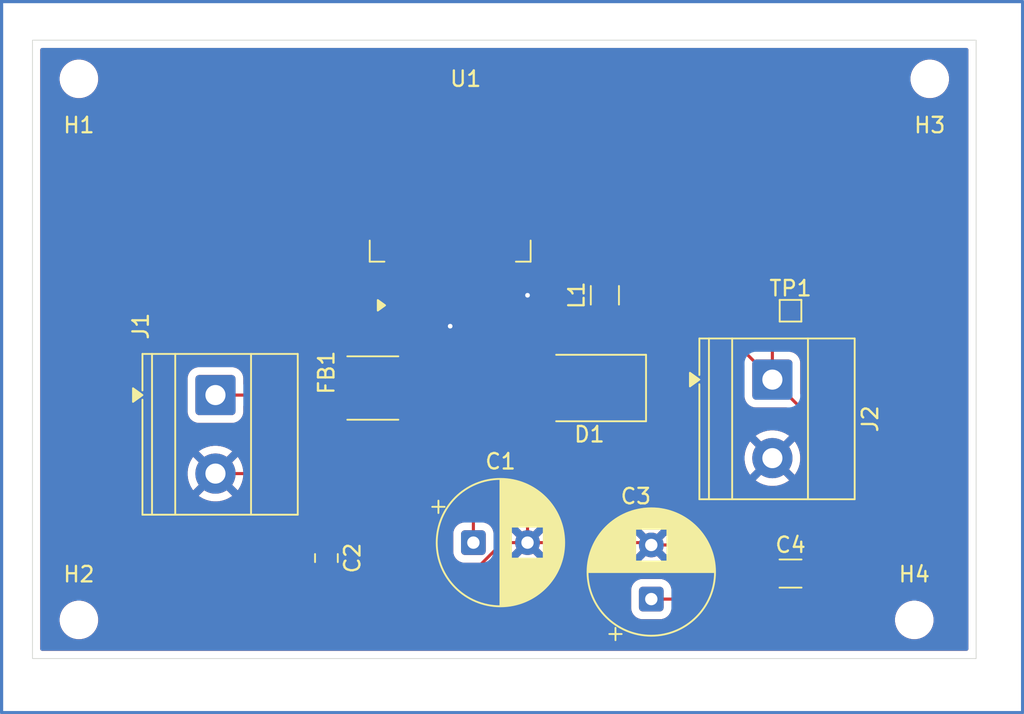
<source format=kicad_pcb>
(kicad_pcb (version 20241229) (generator "pcbnew") (generator_version "9.0")
  (layers (0 "F.Cu" signal) (2 "B.Cu" signal) (13 "F.Paste" user) (15 "B.Paste" user) (5 "F.SilkS" user "F.Silkscreen") (7 "B.SilkS" user "B.Silkscreen") (1 "F.Mask" user) (3 "B.Mask" user) (25 "Edge.Cuts" user))
  (net 0 "")
  (net 1 "GND")
  (net 2 "Net-(U1-VIN)")
  (net 3 "Vout")
  (net 4 "Net-(D1-K)")
  (net 5 "Vin")
  (footprint "Capacitor_SMD:C_0805_2012Metric" (layer "F.Cu") (at 102 96 -90)
    (property "Reference" "C2" (at 0 -1.68 90) (layer "F.SilkS"))
    (property "Value" "0.1uF")
    (fp_line (start -0.261252 0.735) (end 0.261252 0.735) (stroke (width 0.12)) (layer "F.SilkS"))
    (fp_line (start -0.261252 -0.735) (end 0.261252 -0.735) (stroke (width 0.12)) (layer "F.SilkS"))
    (pad "1" smd roundrect (at -0.95 0 270) (size 1 1.45) (layers "F.Cu" "F.Mask" "F.Paste") (net 2 "Net-(U1-VIN)"))
    (pad "2" smd roundrect (at 0.95 0 270) (size 1 1.45) (layers "F.Cu" "F.Mask" "F.Paste") (net 1 "GND"))
  )
  (footprint "MountingHole:MountingHole_2mm" (layer "F.Cu") (at 86 65)
    (property "Reference" "H1" (at 0 3 0) (layer "F.SilkS"))
    (property "Value" "MountingHole")
    (pad "" np_thru_hole circle (at 0 0) (size 2 2) (drill 2) (layers "*.Cu" "*.Mask"))
  )
  (footprint "MountingHole:MountingHole_2mm" (layer "F.Cu") (at 141 65)
    (property "Reference" "H3" (at 0 3 0) (layer "F.SilkS"))
    (property "Value" "MountingHole")
    (pad "" np_thru_hole circle (at 0 0) (size 2 2) (drill 2) (layers "*.Cu" "*.Mask"))
  )
  (footprint "TerminalBlock_Phoenix:TerminalBlock_Phoenix_MKDS-1,5-2-5.08_1x02_P5.08mm_Horizontal" (layer "F.Cu") (at 94.8275 85.455 -90)
    (property "Reference" "J1" (at -4.455 4.8275 90) (layer "F.SilkS"))
    (property "Value" "Screw_Terminal_01x02")
    (fp_line (start -2.66 4.72) (end -0.3 4.72) (stroke (width 0.12)) (layer "F.SilkS"))
    (fp_line (start 0.3 4.72) (end 7.74 4.72) (stroke (width 0.12)) (layer "F.SilkS"))
    (fp_line (start -2.66 4.1) (end 7.74 4.1) (stroke (width 0.12)) (layer "F.SilkS"))
    (fp_line (start -2.66 2.6) (end 7.74 2.6) (stroke (width 0.12)) (layer "F.SilkS"))
    (fp_line (start -2.66 -2.3) (end 7.74 -2.3) (stroke (width 0.12)) (layer "F.SilkS"))
    (fp_line (start -2.66 -5.32) (end -2.66 4.72) (stroke (width 0.12)) (layer "F.SilkS"))
    (fp_line (start -2.66 -5.32) (end 7.74 -5.32) (stroke (width 0.12)) (layer "F.SilkS"))
    (fp_line (start 7.74 -5.32) (end 7.74 4.72) (stroke (width 0.12)) (layer "F.SilkS"))
    (fp_poly (pts (xy 0 4.72) (xy 0.44 5.33) (xy -0.44 5.33)) (stroke (width 0.12)) (fill yes) (layer "F.SilkS"))
    (pad "1" thru_hole roundrect (at 0 0 270) (size 2.6 2.6) (drill 1.3) (layers "*.Cu" "*.Mask") (roundrect_rratio 0.096154) (net 5 "Vin"))
    (pad "2" thru_hole circle (at 5.08 0 270) (size 2.6 2.6) (drill 1.3) (layers "*.Cu" "*.Mask") (net 1 "GND"))
  )
  (footprint "TestPoint:TestPoint_Pad_1.0x1.0mm" (layer "F.Cu") (at 132 80)
    (property "Reference" "TP1" (at 0 -1.448 0) (layer "F.SilkS"))
    (property "Value" "TestPoint")
    (fp_line (start -0.7 -0.7) (end 0.7 -0.7) (stroke (width 0.12)) (layer "F.SilkS"))
    (fp_line (start -0.7 0.7) (end -0.7 -0.7) (stroke (width 0.12)) (layer "F.SilkS"))
    (fp_line (start 0.7 -0.7) (end 0.7 0.7) (stroke (width 0.12)) (layer "F.SilkS"))
    (fp_line (start 0.7 0.7) (end -0.7 0.7) (stroke (width 0.12)) (layer "F.SilkS"))
    (pad "1" smd rect (at 0 0) (size 1 1) (layers "F.Cu" "F.Mask") (net 3 "Vout"))
  )
  (footprint "Diode_SMD:D_SMB" (layer "F.Cu") (at 119 85 180)
    (property "Reference" "D1" (at 0 -3 0) (layer "F.SilkS"))
    (property "Value" "SS34")
    (fp_line (start -3.66 2.15) (end 2.15 2.15) (stroke (width 0.12)) (layer "F.SilkS"))
    (fp_line (start -3.66 -2.15) (end 2.15 -2.15) (stroke (width 0.12)) (layer "F.SilkS"))
    (fp_line (start -3.66 -2.15) (end -3.66 2.15) (stroke (width 0.12)) (layer "F.SilkS"))
    (pad "1" smd roundrect (at -2.15 0 180) (size 2.5 2.3) (layers "F.Cu" "F.Mask" "F.Paste") (roundrect_rratio 0.1086956522) (net 4 "Net-(D1-K)"))
    (pad "2" smd roundrect (at 2.15 0 180) (size 2.5 2.3) (layers "F.Cu" "F.Mask" "F.Paste") (roundrect_rratio 0.1086956522) (net 1 "GND"))
  )
  (footprint "Inductor_SMD:L_1206_3216Metric_Pad1.42x1.75mm_HandSolder" (layer "F.Cu") (at 120 79 90)
    (property "Reference" "L1" (at 0 -1.83 90) (layer "F.SilkS"))
    (property "Value" "68uH")
    (fp_line (start -0.602064 -0.91) (end 0.602064 -0.91) (stroke (width 0.12)) (layer "F.SilkS"))
    (fp_line (start -0.602064 0.91) (end 0.602064 0.91) (stroke (width 0.12)) (layer "F.SilkS"))
    (pad "1" smd roundrect (at -1.4875 0 90) (size 1.425 1.75) (layers "F.Cu" "F.Mask" "F.Paste") (roundrect_rratio 0.175439) (net 4 "Net-(D1-K)"))
    (pad "2" smd roundrect (at 1.4875 0 90) (size 1.425 1.75) (layers "F.Cu" "F.Mask" "F.Paste") (roundrect_rratio 0.175439) (net 3 "Vout"))
  )
  (footprint "Inductor_SMD:L_Murata_DEM35xxC" (layer "F.Cu") (at 105 85)
    (property "Reference" "FB1" (at -3 -1 90) (layer "F.SilkS"))
    (property "Value" "6000 ohm@100MHz")
    (fp_line (start -1.65 -2.05) (end 1.65 -2.05) (stroke (width 0.12)) (layer "F.SilkS"))
    (fp_line (start -1.65 2.05) (end 1.65 2.05) (stroke (width 0.12)) (layer "F.SilkS"))
    (pad "1" smd roundrect (at -1.65 0) (size 1 1.4) (layers "F.Cu" "F.Mask" "F.Paste") (roundrect_rratio 0.2) (net 5 "Vin"))
    (pad "2" smd roundrect (at 1.65 0) (size 1 1.4) (layers "F.Cu" "F.Mask" "F.Paste") (roundrect_rratio 0.2) (net 2 "Net-(U1-VIN)"))
  )
  (footprint "Capacitor_THT:CP_Radial_D8.0mm_P3.50mm" (layer "F.Cu") (at 123 98.652651 90)
    (property "Reference" "C3" (at 6.652651 -1 180) (layer "F.SilkS"))
    (property "Value" "220uF")
    (fp_line (start 1.79 -4.08) (end 1.79 4.08) (stroke (width 0.12)) (layer "F.SilkS"))
    (fp_line (start 1.75 -4.08) (end 1.75 4.08) (stroke (width 0.12)) (layer "F.SilkS"))
    (fp_line (start 1.83 -4.079) (end 1.83 4.079) (stroke (width 0.12)) (layer "F.SilkS"))
    (fp_line (start 1.87 -4.078) (end 1.87 4.078) (stroke (width 0.12)) (layer "F.SilkS"))
    (fp_line (start 1.91 -4.077) (end 1.91 4.077) (stroke (width 0.12)) (layer "F.SilkS"))
    (fp_line (start 1.95 -4.075) (end 1.95 4.075) (stroke (width 0.12)) (layer "F.SilkS"))
    (fp_line (start 1.99 -4.073) (end 1.99 4.073) (stroke (width 0.12)) (layer "F.SilkS"))
    (fp_line (start 2.03 -4.07) (end 2.03 4.07) (stroke (width 0.12)) (layer "F.SilkS"))
    (fp_line (start 2.07 -4.068) (end 2.07 4.068) (stroke (width 0.12)) (layer "F.SilkS"))
    (fp_line (start 2.11 -4.064) (end 2.11 4.064) (stroke (width 0.12)) (layer "F.SilkS"))
    (fp_line (start 2.15 -4.061) (end 2.15 4.061) (stroke (width 0.12)) (layer "F.SilkS"))
    (fp_line (start 2.19 -4.056) (end 2.19 4.056) (stroke (width 0.12)) (layer "F.SilkS"))
    (fp_line (start 2.23 -4.052) (end 2.23 4.052) (stroke (width 0.12)) (layer "F.SilkS"))
    (fp_line (start 2.27 -4.047) (end 2.27 4.047) (stroke (width 0.12)) (layer "F.SilkS"))
    (fp_line (start 2.31 -4.042) (end 2.31 4.042) (stroke (width 0.12)) (layer "F.SilkS"))
    (fp_line (start 2.35 -4.036) (end 2.35 4.036) (stroke (width 0.12)) (layer "F.SilkS"))
    (fp_line (start 2.39 -4.03) (end 2.39 4.03) (stroke (width 0.12)) (layer "F.SilkS"))
    (fp_line (start 2.43 -4.023) (end 2.43 4.023) (stroke (width 0.12)) (layer "F.SilkS"))
    (fp_line (start 2.47 -4.017) (end 2.47 -1.04) (stroke (width 0.12)) (layer "F.SilkS"))
    (fp_line (start 2.51 -4.009) (end 2.51 -1.04) (stroke (width 0.12)) (layer "F.SilkS"))
    (fp_line (start 2.55 -4.002) (end 2.55 -1.04) (stroke (width 0.12)) (layer "F.SilkS"))
    (fp_line (start 2.59 -3.993) (end 2.59 -1.04) (stroke (width 0.12)) (layer "F.SilkS"))
    (fp_line (start 2.63 -3.985) (end 2.63 -1.04) (stroke (width 0.12)) (layer "F.SilkS"))
    (fp_line (start 2.67 -3.976) (end 2.67 -1.04) (stroke (width 0.12)) (layer "F.SilkS"))
    (fp_line (start 2.71 -3.967) (end 2.71 -1.04) (stroke (width 0.12)) (layer "F.SilkS"))
    (fp_line (start 2.75 -3.957) (end 2.75 -1.04) (stroke (width 0.12)) (layer "F.SilkS"))
    (fp_line (start 2.79 -3.947) (end 2.79 -1.04) (stroke (width 0.12)) (layer "F.SilkS"))
    (fp_line (start 2.83 -3.936) (end 2.83 -1.04) (stroke (width 0.12)) (layer "F.SilkS"))
    (fp_line (start 2.87 -3.925) (end 2.87 -1.04) (stroke (width 0.12)) (layer "F.SilkS"))
    (fp_line (start 2.91 -3.913) (end 2.91 -1.04) (stroke (width 0.12)) (layer "F.SilkS"))
    (fp_line (start 2.95 -3.901) (end 2.95 -1.04) (stroke (width 0.12)) (layer "F.SilkS"))
    (fp_line (start 2.99 -3.889) (end 2.99 -1.04) (stroke (width 0.12)) (layer "F.SilkS"))
    (fp_line (start 3.03 -3.876) (end 3.03 -1.04) (stroke (width 0.12)) (layer "F.SilkS"))
    (fp_line (start 3.07 -3.863) (end 3.07 -1.04) (stroke (width 0.12)) (layer "F.SilkS"))
    (fp_line (start 3.11 -3.849) (end 3.11 -1.04) (stroke (width 0.12)) (layer "F.SilkS"))
    (fp_line (start 3.15 -3.835) (end 3.15 -1.04) (stroke (width 0.12)) (layer "F.SilkS"))
    (fp_line (start 3.19 -3.82) (end 3.19 -1.04) (stroke (width 0.12)) (layer "F.SilkS"))
    (fp_line (start 3.23 -3.805) (end 3.23 -1.04) (stroke (width 0.12)) (layer "F.SilkS"))
    (fp_line (start 3.27 -3.789) (end 3.27 -1.04) (stroke (width 0.12)) (layer "F.SilkS"))
    (fp_line (start 3.31 -3.773) (end 3.31 -1.04) (stroke (width 0.12)) (layer "F.SilkS"))
    (fp_line (start 3.35 -3.757) (end 3.35 -1.04) (stroke (width 0.12)) (layer "F.SilkS"))
    (fp_line (start 3.39 -3.74) (end 3.39 -1.04) (stroke (width 0.12)) (layer "F.SilkS"))
    (fp_line (start 3.43 -3.722) (end 3.43 -1.04) (stroke (width 0.12)) (layer "F.SilkS"))
    (fp_line (start 3.47 -3.704) (end 3.47 -1.04) (stroke (width 0.12)) (layer "F.SilkS"))
    (fp_line (start 3.51 -3.685) (end 3.51 -1.04) (stroke (width 0.12)) (layer "F.SilkS"))
    (fp_line (start 3.55 -3.666) (end 3.55 -1.04) (stroke (width 0.12)) (layer "F.SilkS"))
    (fp_line (start 3.59 -3.646) (end 3.59 -1.04) (stroke (width 0.12)) (layer "F.SilkS"))
    (fp_line (start 3.63 -3.626) (end 3.63 -1.04) (stroke (width 0.12)) (layer "F.SilkS"))
    (fp_line (start 3.67 -3.605) (end 3.67 -1.04) (stroke (width 0.12)) (layer "F.SilkS"))
    (fp_line (start 3.71 -3.584) (end 3.71 -1.04) (stroke (width 0.12)) (layer "F.SilkS"))
    (fp_line (start 3.75 -3.562) (end 3.75 -1.04) (stroke (width 0.12)) (layer "F.SilkS"))
    (fp_line (start 3.79 -3.539) (end 3.79 -1.04) (stroke (width 0.12)) (layer "F.SilkS"))
    (fp_line (start 3.83 -3.516) (end 3.83 -1.04) (stroke (width 0.12)) (layer "F.SilkS"))
    (fp_line (start 3.87 -3.493) (end 3.87 -1.04) (stroke (width 0.12)) (layer "F.SilkS"))
    (fp_line (start 3.91 -3.468) (end 3.91 -1.04) (stroke (width 0.12)) (layer "F.SilkS"))
    (fp_line (start 3.95 -3.443) (end 3.95 -1.04) (stroke (width 0.12)) (layer "F.SilkS"))
    (fp_line (start 3.99 -3.418) (end 3.99 -1.04) (stroke (width 0.12)) (layer "F.SilkS"))
    (fp_line (start 4.03 -3.392) (end 4.03 -1.04) (stroke (width 0.12)) (layer "F.SilkS"))
    (fp_line (start 4.07 -3.365) (end 4.07 -1.04) (stroke (width 0.12)) (layer "F.SilkS"))
    (fp_line (start 4.11 -3.337) (end 4.11 -1.04) (stroke (width 0.12)) (layer "F.SilkS"))
    (fp_line (start 4.15 -3.309) (end 4.15 -1.04) (stroke (width 0.12)) (layer "F.SilkS"))
    (fp_line (start 4.19 -3.28) (end 4.19 -1.04) (stroke (width 0.12)) (layer "F.SilkS"))
    (fp_line (start 4.23 -3.25) (end 4.23 -1.04) (stroke (width 0.12)) (layer "F.SilkS"))
    (fp_line (start 4.27 -3.219) (end 4.27 -1.04) (stroke (width 0.12)) (layer "F.SilkS"))
    (fp_line (start 4.31 -3.188) (end 4.31 -1.04) (stroke (width 0.12)) (layer "F.SilkS"))
    (fp_line (start 4.35 -3.156) (end 4.35 -1.04) (stroke (width 0.12)) (layer "F.SilkS"))
    (fp_line (start 4.39 -3.123) (end 4.39 -1.04) (stroke (width 0.12)) (layer "F.SilkS"))
    (fp_line (start 4.43 -3.089) (end 4.43 -1.04) (stroke (width 0.12)) (layer "F.SilkS"))
    (fp_line (start 4.47 -3.055) (end 4.47 -1.04) (stroke (width 0.12)) (layer "F.SilkS"))
    (fp_line (start 4.51 -3.019) (end 4.51 -1.04) (stroke (width 0.12)) (layer "F.SilkS"))
    (fp_line (start 4.55 -2.982) (end 4.55 2.982) (stroke (width 0.12)) (layer "F.SilkS"))
    (fp_line (start 4.59 -2.945) (end 4.59 2.945) (stroke (width 0.12)) (layer "F.SilkS"))
    (fp_line (start 4.63 -2.906) (end 4.63 2.906) (stroke (width 0.12)) (layer "F.SilkS"))
    (fp_line (start 4.67 -2.867) (end 4.67 2.867) (stroke (width 0.12)) (layer "F.SilkS"))
    (fp_line (start 4.71 -2.826) (end 4.71 2.826) (stroke (width 0.12)) (layer "F.SilkS"))
    (fp_line (start 4.75 -2.784) (end 4.75 2.784) (stroke (width 0.12)) (layer "F.SilkS"))
    (fp_line (start 4.79 -2.741) (end 4.79 2.741) (stroke (width 0.12)) (layer "F.SilkS"))
    (fp_line (start -2.259698 -2.715) (end -2.259698 -1.915) (stroke (width 0.12)) (layer "F.SilkS"))
    (fp_line (start 4.83 -2.696) (end 4.83 2.696) (stroke (width 0.12)) (layer "F.SilkS"))
    (fp_line (start 4.87 -2.651) (end 4.87 2.651) (stroke (width 0.12)) (layer "F.SilkS"))
    (fp_line (start 4.91 -2.604) (end 4.91 2.604) (stroke (width 0.12)) (layer "F.SilkS"))
    (fp_line (start 4.95 -2.555) (end 4.95 2.555) (stroke (width 0.12)) (layer "F.SilkS"))
    (fp_line (start 4.99 -2.505) (end 4.99 2.505) (stroke (width 0.12)) (layer "F.SilkS"))
    (fp_line (start 5.03 -2.453) (end 5.03 2.453) (stroke (width 0.12)) (layer "F.SilkS"))
    (fp_line (start 5.07 -2.4) (end 5.07 2.4) (stroke (width 0.12)) (layer "F.SilkS"))
    (fp_line (start 5.11 -2.344) (end 5.11 2.344) (stroke (width 0.12)) (layer "F.SilkS"))
    (fp_line (start -2.659698 -2.315) (end -1.859698 -2.315) (stroke (width 0.12)) (layer "F.SilkS"))
    (fp_line (start 5.15 -2.287) (end 5.15 2.287) (stroke (width 0.12)) (layer "F.SilkS"))
    (fp_line (start 5.19 -2.227) (end 5.19 2.227) (stroke (width 0.12)) (layer "F.SilkS"))
    (fp_line (start 5.23 -2.165) (end 5.23 2.165) (stroke (width 0.12)) (layer "F.SilkS"))
    (fp_line (start 5.27 -2.101) (end 5.27 2.101) (stroke (width 0.12)) (layer "F.SilkS"))
    (fp_line (start 5.31 -2.034) (end 5.31 2.034) (stroke (width 0.12)) (layer "F.SilkS"))
    (fp_line (start 5.35 -1.964) (end 5.35 1.964) (stroke (width 0.12)) (layer "F.SilkS"))
    (fp_line (start 5.39 -1.89) (end 5.39 1.89) (stroke (width 0.12)) (layer "F.SilkS"))
    (fp_line (start 5.43 -1.813) (end 5.43 1.813) (stroke (width 0.12)) (layer "F.SilkS"))
    (fp_line (start 5.47 -1.731) (end 5.47 1.731) (stroke (width 0.12)) (layer "F.SilkS"))
    (fp_line (start 5.51 -1.644) (end 5.51 1.644) (stroke (width 0.12)) (layer "F.SilkS"))
    (fp_line (start 5.55 -1.552) (end 5.55 1.552) (stroke (width 0.12)) (layer "F.SilkS"))
    (fp_line (start 5.59 -1.453) (end 5.59 1.453) (stroke (width 0.12)) (layer "F.SilkS"))
    (fp_line (start 5.63 -1.346) (end 5.63 1.346) (stroke (width 0.12)) (layer "F.SilkS"))
    (fp_line (start 5.67 -1.228) (end 5.67 1.228) (stroke (width 0.12)) (layer "F.SilkS"))
    (fp_line (start 5.71 -1.097) (end 5.71 1.097) (stroke (width 0.12)) (layer "F.SilkS"))
    (fp_line (start 5.75 -0.947) (end 5.75 0.947) (stroke (width 0.12)) (layer "F.SilkS"))
    (fp_line (start 5.79 -0.768) (end 5.79 0.768) (stroke (width 0.12)) (layer "F.SilkS"))
    (fp_line (start 5.83 -0.533) (end 5.83 0.533) (stroke (width 0.12)) (layer "F.SilkS"))
    (fp_line (start 4.51 1.04) (end 4.51 3.019) (stroke (width 0.12)) (layer "F.SilkS"))
    (fp_line (start 4.47 1.04) (end 4.47 3.055) (stroke (width 0.12)) (layer "F.SilkS"))
    (fp_line (start 4.43 1.04) (end 4.43 3.089) (stroke (width 0.12)) (layer "F.SilkS"))
    (fp_line (start 4.39 1.04) (end 4.39 3.123) (stroke (width 0.12)) (layer "F.SilkS"))
    (fp_line (start 4.35 1.04) (end 4.35 3.156) (stroke (width 0.12)) (layer "F.SilkS"))
    (fp_line (start 4.31 1.04) (end 4.31 3.188) (stroke (width 0.12)) (layer "F.SilkS"))
    (fp_line (start 4.27 1.04) (end 4.27 3.219) (stroke (width 0.12)) (layer "F.SilkS"))
    (fp_line (start 4.23 1.04) (end 4.23 3.25) (stroke (width 0.12)) (layer "F.SilkS"))
    (fp_line (start 4.19 1.04) (end 4.19 3.28) (stroke (width 0.12)) (layer "F.SilkS"))
    (fp_line (start 4.15 1.04) (end 4.15 3.309) (stroke (width 0.12)) (layer "F.SilkS"))
    (fp_line (start 4.11 1.04) (end 4.11 3.337) (stroke (width 0.12)) (layer "F.SilkS"))
    (fp_line (start 4.07 1.04) (end 4.07 3.365) (stroke (width 0.12)) (layer "F.SilkS"))
    (fp_line (start 4.03 1.04) (end 4.03 3.392) (stroke (width 0.12)) (layer "F.SilkS"))
    (fp_line (start 3.99 1.04) (end 3.99 3.418) (stroke (width 0.12)) (layer "F.SilkS"))
    (fp_line (start 3.95 1.04) (end 3.95 3.443) (stroke (width 0.12)) (layer "F.SilkS"))
    (fp_line (start 3.91 1.04) (end 3.91 3.468) (stroke (width 0.12)) (layer "F.SilkS"))
    (fp_line (start 3.87 1.04) (end 3.87 3.493) (stroke (width 0.12)) (layer "F.SilkS"))
    (fp_line (start 3.83 1.04) (end 3.83 3.516) (stroke (width 0.12)) (layer "F.SilkS"))
    (fp_line (start 3.79 1.04) (end 3.79 3.539) (stroke (width 0.12)) (layer "F.SilkS"))
    (fp_line (start 3.75 1.04) (end 3.75 3.562) (stroke (width 0.12)) (layer "F.SilkS"))
    (fp_line (start 3.71 1.04) (end 3.71 3.584) (stroke (width 0.12)) (layer "F.SilkS"))
    (fp_line (start 3.67 1.04) (end 3.67 3.605) (stroke (width 0.12)) (layer "F.SilkS"))
    (fp_line (start 3.63 1.04) (end 3.63 3.626) (stroke (width 0.12)) (layer "F.SilkS"))
    (fp_line (start 3.59 1.04) (end 3.59 3.646) (stroke (width 0.12)) (layer "F.SilkS"))
    (fp_line (start 3.55 1.04) (end 3.55 3.666) (stroke (width 0.12)) (layer "F.SilkS"))
    (fp_line (start 3.51 1.04) (end 3.51 3.685) (stroke (width 0.12)) (layer "F.SilkS"))
    (fp_line (start 3.47 1.04) (end 3.47 3.704) (stroke (width 0.12)) (layer "F.SilkS"))
    (fp_line (start 3.43 1.04) (end 3.43 3.722) (stroke (width 0.12)) (layer "F.SilkS"))
    (fp_line (start 3.39 1.04) (end 3.39 3.74) (stroke (width 0.12)) (layer "F.SilkS"))
    (fp_line (start 3.35 1.04) (end 3.35 3.757) (stroke (width 0.12)) (layer "F.SilkS"))
    (fp_line (start 3.31 1.04) (end 3.31 3.773) (stroke (width 0.12)) (layer "F.SilkS"))
    (fp_line (start 3.27 1.04) (end 3.27 3.789) (stroke (width 0.12)) (layer "F.SilkS"))
    (fp_line (start 3.23 1.04) (end 3.23 3.805) (stroke (width 0.12)) (layer "F.SilkS"))
    (fp_line (start 3.19 1.04) (end 3.19 3.82) (stroke (width 0.12)) (layer "F.SilkS"))
    (fp_line (start 3.15 1.04) (end 3.15 3.835) (stroke (width 0.12)) (layer "F.SilkS"))
    (fp_line (start 3.11 1.04) (end 3.11 3.849) (stroke (width 0.12)) (layer "F.SilkS"))
    (fp_line (start 3.07 1.04) (end 3.07 3.863) (stroke (width 0.12)) (layer "F.SilkS"))
    (fp_line (start 3.03 1.04) (end 3.03 3.876) (stroke (width 0.12)) (layer "F.SilkS"))
    (fp_line (start 2.99 1.04) (end 2.99 3.889) (stroke (width 0.12)) (layer "F.SilkS"))
    (fp_line (start 2.95 1.04) (end 2.95 3.901) (stroke (width 0.12)) (layer "F.SilkS"))
    (fp_line (start 2.91 1.04) (end 2.91 3.913) (stroke (width 0.12)) (layer "F.SilkS"))
    (fp_line (start 2.87 1.04) (end 2.87 3.925) (stroke (width 0.12)) (layer "F.SilkS"))
    (fp_line (start 2.83 1.04) (end 2.83 3.936) (stroke (width 0.12)) (layer "F.SilkS"))
    (fp_line (start 2.79 1.04) (end 2.79 3.947) (stroke (width 0.12)) (layer "F.SilkS"))
    (fp_line (start 2.75 1.04) (end 2.75 3.957) (stroke (width 0.12)) (layer "F.SilkS"))
    (fp_line (start 2.71 1.04) (end 2.71 3.967) (stroke (width 0.12)) (layer "F.SilkS"))
    (fp_line (start 2.67 1.04) (end 2.67 3.976) (stroke (width 0.12)) (layer "F.SilkS"))
    (fp_line (start 2.63 1.04) (end 2.63 3.985) (stroke (width 0.12)) (layer "F.SilkS"))
    (fp_line (start 2.59 1.04) (end 2.59 3.993) (stroke (width 0.12)) (layer "F.SilkS"))
    (fp_line (start 2.55 1.04) (end 2.55 4.002) (stroke (width 0.12)) (layer "F.SilkS"))
    (fp_line (start 2.51 1.04) (end 2.51 4.009) (stroke (width 0.12)) (layer "F.SilkS"))
    (fp_line (start 2.47 1.04) (end 2.47 4.017) (stroke (width 0.12)) (layer "F.SilkS"))
    (fp_circle (center 1.75 0) (end 5.87 0) (stroke (width 0.12)) (fill no) (layer "F.SilkS"))
    (pad "1" thru_hole roundrect (at 0 0 90) (size 1.6 1.6) (drill 0.8) (layers "*.Cu" "*.Mask") (roundrect_rratio 0.15625) (net 3 "Vout"))
    (pad "2" thru_hole circle (at 3.5 0 90) (size 1.6 1.6) (drill 0.8) (layers "*.Cu" "*.Mask") (net 1 "GND"))
  )
  (footprint "Capacitor_SMD:C_1206_3216Metric" (layer "F.Cu") (at 132 97)
    (property "Reference" "C4" (at 0 -1.85 0) (layer "F.SilkS"))
    (property "Value" "0.1uF")
    (fp_line (start -0.711252 -0.91) (end 0.711252 -0.91) (stroke (width 0.12)) (layer "F.SilkS"))
    (fp_line (start -0.711252 0.91) (end 0.711252 0.91) (stroke (width 0.12)) (layer "F.SilkS"))
    (pad "1" smd roundrect (at -1.475 0) (size 1.15 1.8) (layers "F.Cu" "F.Mask" "F.Paste") (roundrect_rratio 0.217391) (net 3 "Vout"))
    (pad "2" smd roundrect (at 1.475 0) (size 1.15 1.8) (layers "F.Cu" "F.Mask" "F.Paste") (roundrect_rratio 0.217391) (net 1 "GND"))
  )
  (footprint "Package_TO_SOT_SMD:TO-263-5_TabPin3" (layer "F.Cu") (at 110 72 90)
    (property "Reference" "U1" (at 7 1 180) (layer "F.SilkS"))
    (property "Value" "LM2595S-5")
    (fp_line (start -3.46 -5.2) (end -4.825 -5.2) (stroke (width 0.12)) (layer "F.SilkS"))
    (fp_line (start -4.825 -5.2) (end -4.825 -4.25) (stroke (width 0.12)) (layer "F.SilkS"))
    (fp_line (start -3.46 5.2) (end -4.825 5.2) (stroke (width 0.12)) (layer "F.SilkS"))
    (fp_line (start -4.825 5.2) (end -4.825 4.25) (stroke (width 0.12)) (layer "F.SilkS"))
    (fp_poly (pts (xy -7.65 -4.21) (xy -7.99 -4.68) (xy -7.31 -4.68)) (stroke (width 0.12)) (fill yes) (layer "F.SilkS"))
    (pad "1" smd roundrect (at -7.65 -3.4 90) (size 4.6 1.1) (layers "F.Cu" "F.Mask" "F.Paste") (roundrect_rratio 0.227273) (net 4 "Net-(D1-K)"))
    (pad "2" smd roundrect (at -7.65 -1.7 90) (size 4.6 1.1) (layers "F.Cu" "F.Mask" "F.Paste") (roundrect_rratio 0.227273) (net 2 "Net-(U1-VIN)"))
    (pad "3" smd roundrect (at -7.65 0 90) (size 4.6 1.1) (layers "F.Cu" "F.Mask" "F.Paste") (roundrect_rratio 0.227273) (net 1 "GND"))
    (pad "3" smd roundrect (at 1.5 0 90) (size 9.4 10.8) (layers "F.Cu" "F.Mask") (roundrect_rratio 0.026596) (net 1 "GND"))
    (pad "4" smd roundrect (at -7.65 1.7 90) (size 4.6 1.1) (layers "F.Cu" "F.Mask" "F.Paste") (roundrect_rratio 0.227273) (net 3 "Vout"))
    (pad "5" smd roundrect (at -7.65 3.4 90) (size 4.6 1.1) (layers "F.Cu" "F.Mask" "F.Paste") (roundrect_rratio 0.227273) (net 1 "GND"))
  )
  (footprint "MountingHole:MountingHole_2mm" (layer "F.Cu") (at 86 100)
    (property "Reference" "H2" (at 0 -2.95 0) (layer "F.SilkS"))
    (property "Value" "MountingHole")
    (pad "" np_thru_hole circle (at 0 0) (size 2 2) (drill 2) (layers "*.Cu" "*.Mask"))
  )
  (footprint "TerminalBlock_Phoenix:TerminalBlock_Phoenix_MKDS-1,5-2-5.08_1x02_P5.08mm_Horizontal" (layer "F.Cu") (at 130.8275 84.455 -90)
    (property "Reference" "J2" (at 2.54 -6.32 90) (layer "F.SilkS"))
    (property "Value" "Screw_Terminal_01x02")
    (fp_line (start -2.66 4.72) (end -0.3 4.72) (stroke (width 0.12)) (layer "F.SilkS"))
    (fp_line (start 0.3 4.72) (end 7.74 4.72) (stroke (width 0.12)) (layer "F.SilkS"))
    (fp_line (start -2.66 4.1) (end 7.74 4.1) (stroke (width 0.12)) (layer "F.SilkS"))
    (fp_line (start -2.66 2.6) (end 7.74 2.6) (stroke (width 0.12)) (layer "F.SilkS"))
    (fp_line (start -2.66 -2.3) (end 7.74 -2.3) (stroke (width 0.12)) (layer "F.SilkS"))
    (fp_line (start -2.66 -5.32) (end -2.66 4.72) (stroke (width 0.12)) (layer "F.SilkS"))
    (fp_line (start -2.66 -5.32) (end 7.74 -5.32) (stroke (width 0.12)) (layer "F.SilkS"))
    (fp_line (start 7.74 -5.32) (end 7.74 4.72) (stroke (width 0.12)) (layer "F.SilkS"))
    (fp_poly (pts (xy 0 4.72) (xy 0.44 5.33) (xy -0.44 5.33)) (stroke (width 0.12)) (fill yes) (layer "F.SilkS"))
    (pad "1" thru_hole roundrect (at 0 0 270) (size 2.6 2.6) (drill 1.3) (layers "*.Cu" "*.Mask") (roundrect_rratio 0.096154) (net 3 "Vout"))
    (pad "2" thru_hole circle (at 5.08 0 270) (size 2.6 2.6) (drill 1.3) (layers "*.Cu" "*.Mask") (net 1 "GND"))
  )
  (footprint "Capacitor_THT:CP_Radial_D8.0mm_P3.50mm" (layer "F.Cu") (at 111.5 95)
    (property "Reference" "C1" (at 1.75 -5.25 0) (layer "F.SilkS"))
    (property "Value" "220uF")
    (fp_line (start -2.659698 -2.315) (end -1.859698 -2.315) (stroke (width 0.12)) (layer "F.SilkS"))
    (fp_line (start -2.259698 -2.715) (end -2.259698 -1.915) (stroke (width 0.12)) (layer "F.SilkS"))
    (fp_line (start 1.75 -4.08) (end 1.75 4.08) (stroke (width 0.12)) (layer "F.SilkS"))
    (fp_line (start 1.79 -4.08) (end 1.79 4.08) (stroke (width 0.12)) (layer "F.SilkS"))
    (fp_line (start 1.83 -4.079) (end 1.83 4.079) (stroke (width 0.12)) (layer "F.SilkS"))
    (fp_line (start 1.87 -4.078) (end 1.87 4.078) (stroke (width 0.12)) (layer "F.SilkS"))
    (fp_line (start 1.91 -4.077) (end 1.91 4.077) (stroke (width 0.12)) (layer "F.SilkS"))
    (fp_line (start 1.95 -4.075) (end 1.95 4.075) (stroke (width 0.12)) (layer "F.SilkS"))
    (fp_line (start 1.99 -4.073) (end 1.99 4.073) (stroke (width 0.12)) (layer "F.SilkS"))
    (fp_line (start 2.03 -4.07) (end 2.03 4.07) (stroke (width 0.12)) (layer "F.SilkS"))
    (fp_line (start 2.07 -4.068) (end 2.07 4.068) (stroke (width 0.12)) (layer "F.SilkS"))
    (fp_line (start 2.11 -4.064) (end 2.11 4.064) (stroke (width 0.12)) (layer "F.SilkS"))
    (fp_line (start 2.15 -4.061) (end 2.15 4.061) (stroke (width 0.12)) (layer "F.SilkS"))
    (fp_line (start 2.19 -4.056) (end 2.19 4.056) (stroke (width 0.12)) (layer "F.SilkS"))
    (fp_line (start 2.23 -4.052) (end 2.23 4.052) (stroke (width 0.12)) (layer "F.SilkS"))
    (fp_line (start 2.27 -4.047) (end 2.27 4.047) (stroke (width 0.12)) (layer "F.SilkS"))
    (fp_line (start 2.31 -4.042) (end 2.31 4.042) (stroke (width 0.12)) (layer "F.SilkS"))
    (fp_line (start 2.35 -4.036) (end 2.35 4.036) (stroke (width 0.12)) (layer "F.SilkS"))
    (fp_line (start 2.39 -4.03) (end 2.39 4.03) (stroke (width 0.12)) (layer "F.SilkS"))
    (fp_line (start 2.43 -4.023) (end 2.43 4.023) (stroke (width 0.12)) (layer "F.SilkS"))
    (fp_line (start 2.47 -4.017) (end 2.47 -1.04) (stroke (width 0.12)) (layer "F.SilkS"))
    (fp_line (start 2.47 1.04) (end 2.47 4.017) (stroke (width 0.12)) (layer "F.SilkS"))
    (fp_line (start 2.51 -4.009) (end 2.51 -1.04) (stroke (width 0.12)) (layer "F.SilkS"))
    (fp_line (start 2.51 1.04) (end 2.51 4.009) (stroke (width 0.12)) (layer "F.SilkS"))
    (fp_line (start 2.55 -4.002) (end 2.55 -1.04) (stroke (width 0.12)) (layer "F.SilkS"))
    (fp_line (start 2.55 1.04) (end 2.55 4.002) (stroke (width 0.12)) (layer "F.SilkS"))
    (fp_line (start 2.59 -3.993) (end 2.59 -1.04) (stroke (width 0.12)) (layer "F.SilkS"))
    (fp_line (start 2.59 1.04) (end 2.59 3.993) (stroke (width 0.12)) (layer "F.SilkS"))
    (fp_line (start 2.63 -3.985) (end 2.63 -1.04) (stroke (width 0.12)) (layer "F.SilkS"))
    (fp_line (start 2.63 1.04) (end 2.63 3.985) (stroke (width 0.12)) (layer "F.SilkS"))
    (fp_line (start 2.67 -3.976) (end 2.67 -1.04) (stroke (width 0.12)) (layer "F.SilkS"))
    (fp_line (start 2.67 1.04) (end 2.67 3.976) (stroke (width 0.12)) (layer "F.SilkS"))
    (fp_line (start 2.71 -3.967) (end 2.71 -1.04) (stroke (width 0.12)) (layer "F.SilkS"))
    (fp_line (start 2.71 1.04) (end 2.71 3.967) (stroke (width 0.12)) (layer "F.SilkS"))
    (fp_line (start 2.75 -3.957) (end 2.75 -1.04) (stroke (width 0.12)) (layer "F.SilkS"))
    (fp_line (start 2.75 1.04) (end 2.75 3.957) (stroke (width 0.12)) (layer "F.SilkS"))
    (fp_line (start 2.79 -3.947) (end 2.79 -1.04) (stroke (width 0.12)) (layer "F.SilkS"))
    (fp_line (start 2.79 1.04) (end 2.79 3.947) (stroke (width 0.12)) (layer "F.SilkS"))
    (fp_line (start 2.83 -3.936) (end 2.83 -1.04) (stroke (width 0.12)) (layer "F.SilkS"))
    (fp_line (start 2.83 1.04) (end 2.83 3.936) (stroke (width 0.12)) (layer "F.SilkS"))
    (fp_line (start 2.87 -3.925) (end 2.87 -1.04) (stroke (width 0.12)) (layer "F.SilkS"))
    (fp_line (start 2.87 1.04) (end 2.87 3.925) (stroke (width 0.12)) (layer "F.SilkS"))
    (fp_line (start 2.91 -3.913) (end 2.91 -1.04) (stroke (width 0.12)) (layer "F.SilkS"))
    (fp_line (start 2.91 1.04) (end 2.91 3.913) (stroke (width 0.12)) (layer "F.SilkS"))
    (fp_line (start 2.95 -3.901) (end 2.95 -1.04) (stroke (width 0.12)) (layer "F.SilkS"))
    (fp_line (start 2.95 1.04) (end 2.95 3.901) (stroke (width 0.12)) (layer "F.SilkS"))
    (fp_line (start 2.99 -3.889) (end 2.99 -1.04) (stroke (width 0.12)) (layer "F.SilkS"))
    (fp_line (start 2.99 1.04) (end 2.99 3.889) (stroke (width 0.12)) (layer "F.SilkS"))
    (fp_line (start 3.03 -3.876) (end 3.03 -1.04) (stroke (width 0.12)) (layer "F.SilkS"))
    (fp_line (start 3.03 1.04) (end 3.03 3.876) (stroke (width 0.12)) (layer "F.SilkS"))
    (fp_line (start 3.07 -3.863) (end 3.07 -1.04) (stroke (width 0.12)) (layer "F.SilkS"))
    (fp_line (start 3.07 1.04) (end 3.07 3.863) (stroke (width 0.12)) (layer "F.SilkS"))
    (fp_line (start 3.11 -3.849) (end 3.11 -1.04) (stroke (width 0.12)) (layer "F.SilkS"))
    (fp_line (start 3.11 1.04) (end 3.11 3.849) (stroke (width 0.12)) (layer "F.SilkS"))
    (fp_line (start 3.15 -3.835) (end 3.15 -1.04) (stroke (width 0.12)) (layer "F.SilkS"))
    (fp_line (start 3.15 1.04) (end 3.15 3.835) (stroke (width 0.12)) (layer "F.SilkS"))
    (fp_line (start 3.19 -3.82) (end 3.19 -1.04) (stroke (width 0.12)) (layer "F.SilkS"))
    (fp_line (start 3.19 1.04) (end 3.19 3.82) (stroke (width 0.12)) (layer "F.SilkS"))
    (fp_line (start 3.23 -3.805) (end 3.23 -1.04) (stroke (width 0.12)) (layer "F.SilkS"))
    (fp_line (start 3.23 1.04) (end 3.23 3.805) (stroke (width 0.12)) (layer "F.SilkS"))
    (fp_line (start 3.27 -3.789) (end 3.27 -1.04) (stroke (width 0.12)) (layer "F.SilkS"))
    (fp_line (start 3.27 1.04) (end 3.27 3.789) (stroke (width 0.12)) (layer "F.SilkS"))
    (fp_line (start 3.31 -3.773) (end 3.31 -1.04) (stroke (width 0.12)) (layer "F.SilkS"))
    (fp_line (start 3.31 1.04) (end 3.31 3.773) (stroke (width 0.12)) (layer "F.SilkS"))
    (fp_line (start 3.35 -3.757) (end 3.35 -1.04) (stroke (width 0.12)) (layer "F.SilkS"))
    (fp_line (start 3.35 1.04) (end 3.35 3.757) (stroke (width 0.12)) (layer "F.SilkS"))
    (fp_line (start 3.39 -3.74) (end 3.39 -1.04) (stroke (width 0.12)) (layer "F.SilkS"))
    (fp_line (start 3.39 1.04) (end 3.39 3.74) (stroke (width 0.12)) (layer "F.SilkS"))
    (fp_line (start 3.43 -3.722) (end 3.43 -1.04) (stroke (width 0.12)) (layer "F.SilkS"))
    (fp_line (start 3.43 1.04) (end 3.43 3.722) (stroke (width 0.12)) (layer "F.SilkS"))
    (fp_line (start 3.47 -3.704) (end 3.47 -1.04) (stroke (width 0.12)) (layer "F.SilkS"))
    (fp_line (start 3.47 1.04) (end 3.47 3.704) (stroke (width 0.12)) (layer "F.SilkS"))
    (fp_line (start 3.51 -3.685) (end 3.51 -1.04) (stroke (width 0.12)) (layer "F.SilkS"))
    (fp_line (start 3.51 1.04) (end 3.51 3.685) (stroke (width 0.12)) (layer "F.SilkS"))
    (fp_line (start 3.55 -3.666) (end 3.55 -1.04) (stroke (width 0.12)) (layer "F.SilkS"))
    (fp_line (start 3.55 1.04) (end 3.55 3.666) (stroke (width 0.12)) (layer "F.SilkS"))
    (fp_line (start 3.59 -3.646) (end 3.59 -1.04) (stroke (width 0.12)) (layer "F.SilkS"))
    (fp_line (start 3.59 1.04) (end 3.59 3.646) (stroke (width 0.12)) (layer "F.SilkS"))
    (fp_line (start 3.63 -3.626) (end 3.63 -1.04) (stroke (width 0.12)) (layer "F.SilkS"))
    (fp_line (start 3.63 1.04) (end 3.63 3.626) (stroke (width 0.12)) (layer "F.SilkS"))
    (fp_line (start 3.67 -3.605) (end 3.67 -1.04) (stroke (width 0.12)) (layer "F.SilkS"))
    (fp_line (start 3.67 1.04) (end 3.67 3.605) (stroke (width 0.12)) (layer "F.SilkS"))
    (fp_line (start 3.71 -3.584) (end 3.71 -1.04) (stroke (width 0.12)) (layer "F.SilkS"))
    (fp_line (start 3.71 1.04) (end 3.71 3.584) (stroke (width 0.12)) (layer "F.SilkS"))
    (fp_line (start 3.75 -3.562) (end 3.75 -1.04) (stroke (width 0.12)) (layer "F.SilkS"))
    (fp_line (start 3.75 1.04) (end 3.75 3.562) (stroke (width 0.12)) (layer "F.SilkS"))
    (fp_line (start 3.79 -3.539) (end 3.79 -1.04) (stroke (width 0.12)) (layer "F.SilkS"))
    (fp_line (start 3.79 1.04) (end 3.79 3.539) (stroke (width 0.12)) (layer "F.SilkS"))
    (fp_line (start 3.83 -3.516) (end 3.83 -1.04) (stroke (width 0.12)) (layer "F.SilkS"))
    (fp_line (start 3.83 1.04) (end 3.83 3.516) (stroke (width 0.12)) (layer "F.SilkS"))
    (fp_line (start 3.87 -3.493) (end 3.87 -1.04) (stroke (width 0.12)) (layer "F.SilkS"))
    (fp_line (start 3.87 1.04) (end 3.87 3.493) (stroke (width 0.12)) (layer "F.SilkS"))
    (fp_line (start 3.91 -3.468) (end 3.91 -1.04) (stroke (width 0.12)) (layer "F.SilkS"))
    (fp_line (start 3.91 1.04) (end 3.91 3.468) (stroke (width 0.12)) (layer "F.SilkS"))
    (fp_line (start 3.95 -3.443) (end 3.95 -1.04) (stroke (width 0.12)) (layer "F.SilkS"))
    (fp_line (start 3.95 1.04) (end 3.95 3.443) (stroke (width 0.12)) (layer "F.SilkS"))
    (fp_line (start 3.99 -3.418) (end 3.99 -1.04) (stroke (width 0.12)) (layer "F.SilkS"))
    (fp_line (start 3.99 1.04) (end 3.99 3.418) (stroke (width 0.12)) (layer "F.SilkS"))
    (fp_line (start 4.03 -3.392) (end 4.03 -1.04) (stroke (width 0.12)) (layer "F.SilkS"))
    (fp_line (start 4.03 1.04) (end 4.03 3.392) (stroke (width 0.12)) (layer "F.SilkS"))
    (fp_line (start 4.07 -3.365) (end 4.07 -1.04) (stroke (width 0.12)) (layer "F.SilkS"))
    (fp_line (start 4.07 1.04) (end 4.07 3.365) (stroke (width 0.12)) (layer "F.SilkS"))
    (fp_line (start 4.11 -3.337) (end 4.11 -1.04) (stroke (width 0.12)) (layer "F.SilkS"))
    (fp_line (start 4.11 1.04) (end 4.11 3.337) (stroke (width 0.12)) (layer "F.SilkS"))
    (fp_line (start 4.15 -3.309) (end 4.15 -1.04) (stroke (width 0.12)) (layer "F.SilkS"))
    (fp_line (start 4.15 1.04) (end 4.15 3.309) (stroke (width 0.12)) (layer "F.SilkS"))
    (fp_line (start 4.19 -3.28) (end 4.19 -1.04) (stroke (width 0.12)) (layer "F.SilkS"))
    (fp_line (start 4.19 1.04) (end 4.19 3.28) (stroke (width 0.12)) (layer "F.SilkS"))
    (fp_line (start 4.23 -3.25) (end 4.23 -1.04) (stroke (width 0.12)) (layer "F.SilkS"))
    (fp_line (start 4.23 1.04) (end 4.23 3.25) (stroke (width 0.12)) (layer "F.SilkS"))
    (fp_line (start 4.27 -3.219) (end 4.27 -1.04) (stroke (width 0.12)) (layer "F.SilkS"))
    (fp_line (start 4.27 1.04) (end 4.27 3.219) (stroke (width 0.12)) (layer "F.SilkS"))
    (fp_line (start 4.31 -3.188) (end 4.31 -1.04) (stroke (width 0.12)) (layer "F.SilkS"))
    (fp_line (start 4.31 1.04) (end 4.31 3.188) (stroke (width 0.12)) (layer "F.SilkS"))
    (fp_line (start 4.35 -3.156) (end 4.35 -1.04) (stroke (width 0.12)) (layer "F.SilkS"))
    (fp_line (start 4.35 1.04) (end 4.35 3.156) (stroke (width 0.12)) (layer "F.SilkS"))
    (fp_line (start 4.39 -3.123) (end 4.39 -1.04) (stroke (width 0.12)) (layer "F.SilkS"))
    (fp_line (start 4.39 1.04) (end 4.39 3.123) (stroke (width 0.12)) (layer "F.SilkS"))
    (fp_line (start 4.43 -3.089) (end 4.43 -1.04) (stroke (width 0.12)) (layer "F.SilkS"))
    (fp_line (start 4.43 1.04) (end 4.43 3.089) (stroke (width 0.12)) (layer "F.SilkS"))
    (fp_line (start 4.47 -3.055) (end 4.47 -1.04) (stroke (width 0.12)) (layer "F.SilkS"))
    (fp_line (start 4.47 1.04) (end 4.47 3.055) (stroke (width 0.12)) (layer "F.SilkS"))
    (fp_line (start 4.51 -3.019) (end 4.51 -1.04) (stroke (width 0.12)) (layer "F.SilkS"))
    (fp_line (start 4.51 1.04) (end 4.51 3.019) (stroke (width 0.12)) (layer "F.SilkS"))
    (fp_line (start 4.55 -2.982) (end 4.55 2.982) (stroke (width 0.12)) (layer "F.SilkS"))
    (fp_line (start 4.59 -2.945) (end 4.59 2.945) (stroke (width 0.12)) (layer "F.SilkS"))
    (fp_line (start 4.63 -2.906) (end 4.63 2.906) (stroke (width 0.12)) (layer "F.SilkS"))
    (fp_line (start 4.67 -2.867) (end 4.67 2.867) (stroke (width 0.12)) (layer "F.SilkS"))
    (fp_line (start 4.71 -2.826) (end 4.71 2.826) (stroke (width 0.12)) (layer "F.SilkS"))
    (fp_line (start 4.75 -2.784) (end 4.75 2.784) (stroke (width 0.12)) (layer "F.SilkS"))
    (fp_line (start 4.79 -2.741) (end 4.79 2.741) (stroke (width 0.12)) (layer "F.SilkS"))
    (fp_line (start 4.83 -2.696) (end 4.83 2.696) (stroke (width 0.12)) (layer "F.SilkS"))
    (fp_line (start 4.87 -2.651) (end 4.87 2.651) (stroke (width 0.12)) (layer "F.SilkS"))
    (fp_line (start 4.91 -2.604) (end 4.91 2.604) (stroke (width 0.12)) (layer "F.SilkS"))
    (fp_line (start 4.95 -2.555) (end 4.95 2.555) (stroke (width 0.12)) (layer "F.SilkS"))
    (fp_line (start 4.99 -2.505) (end 4.99 2.505) (stroke (width 0.12)) (layer "F.SilkS"))
    (fp_line (start 5.03 -2.453) (end 5.03 2.453) (stroke (width 0.12)) (layer "F.SilkS"))
    (fp_line (start 5.07 -2.4) (end 5.07 2.4) (stroke (width 0.12)) (layer "F.SilkS"))
    (fp_line (start 5.11 -2.344) (end 5.11 2.344) (stroke (width 0.12)) (layer "F.SilkS"))
    (fp_line (start 5.15 -2.287) (end 5.15 2.287) (stroke (width 0.12)) (layer "F.SilkS"))
    (fp_line (start 5.19 -2.227) (end 5.19 2.227) (stroke (width 0.12)) (layer "F.SilkS"))
    (fp_line (start 5.23 -2.165) (end 5.23 2.165) (stroke (width 0.12)) (layer "F.SilkS"))
    (fp_line (start 5.27 -2.101) (end 5.27 2.101) (stroke (width 0.12)) (layer "F.SilkS"))
    (fp_line (start 5.31 -2.034) (end 5.31 2.034) (stroke (width 0.12)) (layer "F.SilkS"))
    (fp_line (start 5.35 -1.964) (end 5.35 1.964) (stroke (width 0.12)) (layer "F.SilkS"))
    (fp_line (start 5.39 -1.89) (end 5.39 1.89) (stroke (width 0.12)) (layer "F.SilkS"))
    (fp_line (start 5.43 -1.813) (end 5.43 1.813) (stroke (width 0.12)) (layer "F.SilkS"))
    (fp_line (start 5.47 -1.731) (end 5.47 1.731) (stroke (width 0.12)) (layer "F.SilkS"))
    (fp_line (start 5.51 -1.644) (end 5.51 1.644) (stroke (width 0.12)) (layer "F.SilkS"))
    (fp_line (start 5.55 -1.552) (end 5.55 1.552) (stroke (width 0.12)) (layer "F.SilkS"))
    (fp_line (start 5.59 -1.453) (end 5.59 1.453) (stroke (width 0.12)) (layer "F.SilkS"))
    (fp_line (start 5.63 -1.346) (end 5.63 1.346) (stroke (width 0.12)) (layer "F.SilkS"))
    (fp_line (start 5.67 -1.228) (end 5.67 1.228) (stroke (width 0.12)) (layer "F.SilkS"))
    (fp_line (start 5.71 -1.097) (end 5.71 1.097) (stroke (width 0.12)) (layer "F.SilkS"))
    (fp_line (start 5.75 -0.947) (end 5.75 0.947) (stroke (width 0.12)) (layer "F.SilkS"))
    (fp_line (start 5.79 -0.768) (end 5.79 0.768) (stroke (width 0.12)) (layer "F.SilkS"))
    (fp_line (start 5.83 -0.533) (end 5.83 0.533) (stroke (width 0.12)) (layer "F.SilkS"))
    (fp_circle (center 1.75 0) (end 5.87 0) (stroke (width 0.12)) (fill no) (layer "F.SilkS"))
    (pad "1" thru_hole roundrect (at 0 0) (size 1.6 1.6) (drill 0.8) (layers "*.Cu" "*.Mask") (roundrect_rratio 0.15625) (net 2 "Net-(U1-VIN)"))
    (pad "2" thru_hole circle (at 3.5 0) (size 1.6 1.6) (drill 0.8) (layers "*.Cu" "*.Mask") (net 1 "GND"))
  )
  (footprint "MountingHole:MountingHole_2mm" (layer "F.Cu") (at 140 100)
    (property "Reference" "H4" (at 0 -2.95 0) (layer "F.SilkS"))
    (property "Value" "MountingHole")
    (pad "" np_thru_hole circle (at 0 0) (size 2 2) (drill 2) (layers "*.Cu" "*.Mask"))
  )
  (gr_rect (start 81 60) (end 147 106) (stroke (width 0.2)) (fill no) (layer "B.Cu"))
  (gr_rect (start 81 60) (end 147 106) (stroke (width 0.2)) (fill no) (layer "B.Cu"))
  (gr_rect (start 83 62.5) (end 144 102.5) (stroke (width 0.05)) (fill no) (layer "Edge.Cuts"))
  (segment (start 113.4 79.65) (end 114.35 79.65) (width 0.2) (layer "F.Cu") (net 1))
  (segment (start 113.38616 95) (end 115 95) (width 0.2) (layer "F.Cu") (net 1))
  (segment (start 115 95) (end 122.847349 95) (width 0.2) (layer "F.Cu") (net 1))
  (segment (start 110 81.08616) (end 110 79.65) (width 0.2) (layer "F.Cu") (net 1))
  (segment (start 116.85 85) (end 113.91384 85) (width 0.2) (layer "F.Cu") (net 1))
  (segment (start 115 95) (end 115 86.85) (width 0.2) (layer "F.Cu") (net 1))
  (segment (start 104.151 85.713064) (end 104.151 76.349) (width 0.2) (layer "F.Cu") (net 1))
  (segment (start 122.847349 95) (end 123 95.152651) (width 0.2) (layer "F.Cu") (net 1))
  (segment (start 125.209849 95.152651) (end 130.8275 89.535) (width 0.2) (layer "F.Cu") (net 1))
  (segment (start 94.8275 90.535) (end 99.329064 90.535) (width 0.2) (layer "F.Cu") (net 1))
  (segment (start 114.35 79.65) (end 115 79) (width 0.2) (layer "F.Cu") (net 1))
  (segment (start 101.2425 96.95) (end 102 96.95) (width 0.2) (layer "F.Cu") (net 1))
  (segment (start 102 96.95) (end 111.43616 96.95) (width 0.2) (layer "F.Cu") (net 1))
  (segment (start 115 86.85) (end 116.85 85) (width 0.2) (layer "F.Cu") (net 1))
  (segment (start 94.8275 90.535) (end 101.2425 96.95) (width 0.2) (layer "F.Cu") (net 1))
  (segment (start 133.475 92.1825) (end 133.475 97) (width 0.2) (layer "F.Cu") (net 1))
  (segment (start 123 95.152651) (end 125.209849 95.152651) (width 0.2) (layer "F.Cu") (net 1))
  (segment (start 111.43616 96.95) (end 113.38616 95) (width 0.2) (layer "F.Cu") (net 1))
  (segment (start 130.8275 89.535) (end 133.475 92.1825) (width 0.2) (layer "F.Cu") (net 1))
  (segment (start 104.151 76.349) (end 110 70.5) (width 0.2) (layer "F.Cu") (net 1))
  (segment (start 99.329064 90.535) (end 104.151 85.713064) (width 0.2) (layer "F.Cu") (net 1))
  (segment (start 113.91384 85) (end 110 81.08616) (width 0.2) (layer "F.Cu") (net 1))
  (via (at 110 81) (size 0.6) (drill 0.3) (layers "F.Cu" "B.Cu") (net 1))
  (via (at 115 79) (size 0.6) (drill 0.3) (layers "F.Cu" "B.Cu") (net 1))
  (segment (start 115 79) (end 112 79) (width 0.2) (layer "B.Cu") (net 1))
  (segment (start 112 79) (end 110 81) (width 0.2) (layer "B.Cu") (net 1))
  (segment (start 106.65 90.4) (end 106.65 85) (width 0.2) (layer "F.Cu") (net 2))
  (segment (start 111.5 89.85) (end 106.65 85) (width 0.2) (layer "F.Cu") (net 2))
  (segment (start 106.65 85) (end 108.3 83.35) (width 0.2) (layer "F.Cu") (net 2))
  (segment (start 102 95.05) (end 106.65 90.4) (width 0.2) (layer "F.Cu") (net 2))
  (segment (start 108.3 83.35) (end 108.3 79.65) (width 0.2) (layer "F.Cu") (net 2))
  (segment (start 111.5 95) (end 111.5 89.85) (width 0.2) (layer "F.Cu") (net 2))
  (segment (start 122.38516 86.451) (end 122.701 86.13516) (width 0.2) (layer "F.Cu") (net 3))
  (segment (start 123 98.652651) (end 133.583509 98.652651) (width 0.2) (layer "F.Cu") (net 3))
  (segment (start 119.28316 83.549) (end 119.599 83.86484) (width 0.2) (layer "F.Cu") (net 3))
  (segment (start 120 77.5125) (end 123.885 77.5125) (width 0.2) (layer "F.Cu") (net 3))
  (segment (start 133.583509 98.652651) (end 134.351 97.88516) (width 0.2) (layer "F.Cu") (net 3))
  (segment (start 132.177651 98.652651) (end 133.583509 98.652651) (width 0.2) (layer "F.Cu") (net 3))
  (segment (start 130.525 97) (end 132.177651 98.652651) (width 0.2) (layer "F.Cu") (net 3))
  (segment (start 134.351 87.9785) (end 130.8275 84.455) (width 0.2) (layer "F.Cu") (net 3))
  (segment (start 111.7 81.95) (end 113.299 83.549) (width 0.2) (layer "F.Cu") (net 3))
  (segment (start 130.8275 84.455) (end 130.8275 81.1725) (width 0.2) (layer "F.Cu") (net 3))
  (segment (start 119.599 86.13516) (end 119.91484 86.451) (width 0.2) (layer "F.Cu") (net 3))
  (segment (start 130.8275 81.1725) (end 132 80) (width 0.2) (layer "F.Cu") (net 3))
  (segment (start 119.599 83.86484) (end 119.599 86.13516) (width 0.2) (layer "F.Cu") (net 3))
  (segment (start 111.7 79.65) (end 111.7 81.95) (width 0.2) (layer "F.Cu") (net 3))
  (segment (start 113.299 83.549) (end 119.28316 83.549) (width 0.2) (layer "F.Cu") (net 3))
  (segment (start 134.351 97.88516) (end 134.351 87.9785) (width 0.2) (layer "F.Cu") (net 3))
  (segment (start 123.885 77.5125) (end 130.8275 84.455) (width 0.2) (layer "F.Cu") (net 3))
  (segment (start 122.701 86.13516) (end 122.701 80.2135) (width 0.2) (layer "F.Cu") (net 3))
  (segment (start 122.701 80.2135) (end 120 77.5125) (width 0.2) (layer "F.Cu") (net 3))
  (segment (start 119.91484 86.451) (end 122.38516 86.451) (width 0.2) (layer "F.Cu") (net 3))
  (segment (start 121.15 83.85) (end 114.349 77.049) (width 0.2) (layer "F.Cu") (net 4))
  (segment (start 114.349 77.049) (end 106.901 77.049) (width 0.2) (layer "F.Cu") (net 4))
  (segment (start 121.15 85) (end 121.15 81.6375) (width 0.2) (layer "F.Cu") (net 4))
  (segment (start 121.15 81.6375) (end 120 80.4875) (width 0.2) (layer "F.Cu") (net 4))
  (segment (start 121.15 85) (end 121.15 83.85) (width 0.2) (layer "F.Cu") (net 4))
  (segment (start 106.901 77.049) (end 106.6 77.35) (width 0.2) (layer "F.Cu") (net 4))
  (segment (start 106.6 77.35) (end 106.6 79.65) (width 0.2) (layer "F.Cu") (net 4))
  (segment (start 102.895 85.455) (end 103.35 85) (width 0.2) (layer "F.Cu") (net 5))
  (segment (start 94.8275 85.455) (end 102.895 85.455) (width 0.2) (layer "F.Cu") (net 5))
  (zone (net 1) (net_name "GND") (layers "F.Cu" "B.Cu") (connect_pads (clearance 0.5)) (min_thickness 0.25) (fill yes (thermal_gap 0.5) (thermal_bridge_width 0.5))
    (polygon (pts (xy 81 60) (xy 147 60) (xy 147 106) (xy 81 106)))
  )
)
</source>
